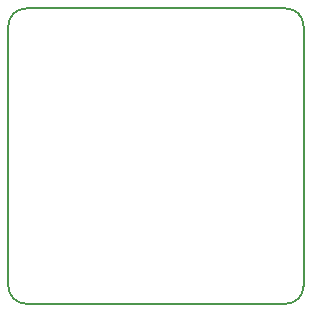
<source format=gbr>
G04 #@! TF.FileFunction,Profile,NP*
%FSLAX46Y46*%
G04 Gerber Fmt 4.6, Leading zero omitted, Abs format (unit mm)*
G04 Created by KiCad (PCBNEW 4.0.5) date Sunday, 09. April 2017 'u43' 16:43:39*
%MOMM*%
%LPD*%
G01*
G04 APERTURE LIST*
%ADD10C,0.100000*%
%ADD11C,0.150000*%
G04 APERTURE END LIST*
D10*
D11*
X113500000Y-135000000D02*
G75*
G03X115000000Y-133500000I0J1500000D01*
G01*
X90000000Y-133500000D02*
G75*
G03X91500000Y-135000000I1500000J0D01*
G01*
X115000000Y-111500000D02*
G75*
G03X113500000Y-110000000I-1500000J0D01*
G01*
X91500000Y-110000000D02*
G75*
G03X90000000Y-111500000I0J-1500000D01*
G01*
X113500000Y-135000000D02*
X91500000Y-135000000D01*
X115000000Y-111500000D02*
X115000000Y-133500000D01*
X91500000Y-110000000D02*
X113500000Y-110000000D01*
X90000000Y-133500000D02*
X90000000Y-111500000D01*
M02*

</source>
